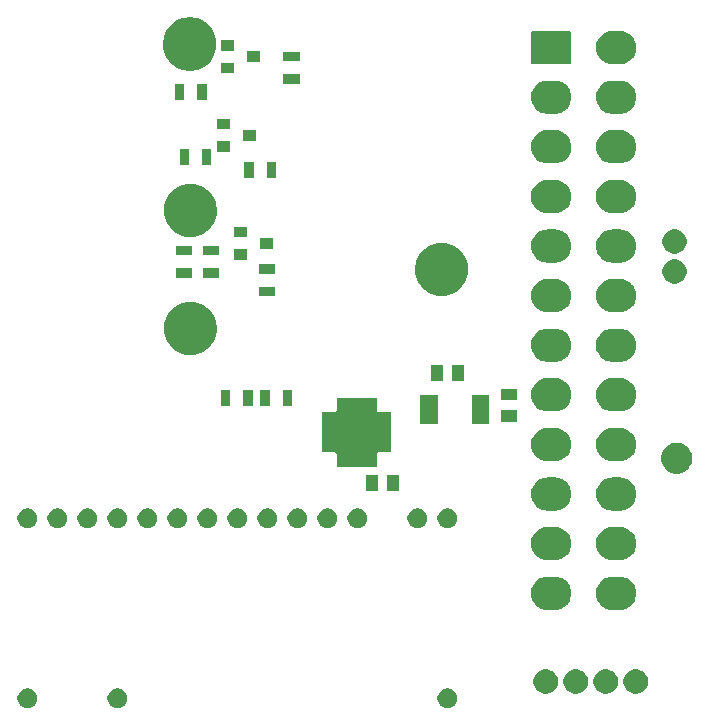
<source format=gbr>
G04 #@! TF.GenerationSoftware,KiCad,Pcbnew,(5.0.1)-rc2*
G04 #@! TF.CreationDate,2018-11-23T18:31:16-07:00*
G04 #@! TF.ProjectId,PowerSupply,506F776572537570706C792E6B696361,rev?*
G04 #@! TF.SameCoordinates,Original*
G04 #@! TF.FileFunction,Soldermask,Bot*
G04 #@! TF.FilePolarity,Negative*
%FSLAX46Y46*%
G04 Gerber Fmt 4.6, Leading zero omitted, Abs format (unit mm)*
G04 Created by KiCad (PCBNEW (5.0.1)-rc2) date 11/23/2018 6:31:16 PM*
%MOMM*%
%LPD*%
G01*
G04 APERTURE LIST*
%ADD10C,0.100000*%
G04 APERTURE END LIST*
D10*
G36*
X191410560Y-145503079D02*
X191464552Y-145513819D01*
X191617131Y-145577019D01*
X191754449Y-145668772D01*
X191871228Y-145785551D01*
X191962981Y-145922869D01*
X192026181Y-146075448D01*
X192058400Y-146237425D01*
X192058400Y-146402575D01*
X192026181Y-146564552D01*
X191962981Y-146717131D01*
X191871228Y-146854449D01*
X191754449Y-146971228D01*
X191617131Y-147062981D01*
X191464552Y-147126181D01*
X191410560Y-147136921D01*
X191302577Y-147158400D01*
X191137423Y-147158400D01*
X191029440Y-147136921D01*
X190975448Y-147126181D01*
X190822869Y-147062981D01*
X190685551Y-146971228D01*
X190568772Y-146854449D01*
X190477019Y-146717131D01*
X190413819Y-146564552D01*
X190381600Y-146402575D01*
X190381600Y-146237425D01*
X190413819Y-146075448D01*
X190477019Y-145922869D01*
X190568772Y-145785551D01*
X190685551Y-145668772D01*
X190822869Y-145577019D01*
X190975448Y-145513819D01*
X191029440Y-145503079D01*
X191137423Y-145481600D01*
X191302577Y-145481600D01*
X191410560Y-145503079D01*
X191410560Y-145503079D01*
G37*
G36*
X199030560Y-145503079D02*
X199084552Y-145513819D01*
X199237131Y-145577019D01*
X199374449Y-145668772D01*
X199491228Y-145785551D01*
X199582981Y-145922869D01*
X199646181Y-146075448D01*
X199678400Y-146237425D01*
X199678400Y-146402575D01*
X199646181Y-146564552D01*
X199582981Y-146717131D01*
X199491228Y-146854449D01*
X199374449Y-146971228D01*
X199237131Y-147062981D01*
X199084552Y-147126181D01*
X199030560Y-147136921D01*
X198922577Y-147158400D01*
X198757423Y-147158400D01*
X198649440Y-147136921D01*
X198595448Y-147126181D01*
X198442869Y-147062981D01*
X198305551Y-146971228D01*
X198188772Y-146854449D01*
X198097019Y-146717131D01*
X198033819Y-146564552D01*
X198001600Y-146402575D01*
X198001600Y-146237425D01*
X198033819Y-146075448D01*
X198097019Y-145922869D01*
X198188772Y-145785551D01*
X198305551Y-145668772D01*
X198442869Y-145577019D01*
X198595448Y-145513819D01*
X198649440Y-145503079D01*
X198757423Y-145481600D01*
X198922577Y-145481600D01*
X199030560Y-145503079D01*
X199030560Y-145503079D01*
G37*
G36*
X226970560Y-145503079D02*
X227024552Y-145513819D01*
X227177131Y-145577019D01*
X227314449Y-145668772D01*
X227431228Y-145785551D01*
X227522981Y-145922869D01*
X227586181Y-146075448D01*
X227618400Y-146237425D01*
X227618400Y-146402575D01*
X227586181Y-146564552D01*
X227522981Y-146717131D01*
X227431228Y-146854449D01*
X227314449Y-146971228D01*
X227177131Y-147062981D01*
X227024552Y-147126181D01*
X226970560Y-147136921D01*
X226862577Y-147158400D01*
X226697423Y-147158400D01*
X226589440Y-147136921D01*
X226535448Y-147126181D01*
X226382869Y-147062981D01*
X226245551Y-146971228D01*
X226128772Y-146854449D01*
X226037019Y-146717131D01*
X225973819Y-146564552D01*
X225941600Y-146402575D01*
X225941600Y-146237425D01*
X225973819Y-146075448D01*
X226037019Y-145922869D01*
X226128772Y-145785551D01*
X226245551Y-145668772D01*
X226382869Y-145577019D01*
X226535448Y-145513819D01*
X226589440Y-145503079D01*
X226697423Y-145481600D01*
X226862577Y-145481600D01*
X226970560Y-145503079D01*
X226970560Y-145503079D01*
G37*
G36*
X243026165Y-143900540D02*
X243215689Y-143979043D01*
X243386255Y-144093012D01*
X243531308Y-144238065D01*
X243645277Y-144408631D01*
X243723780Y-144598155D01*
X243763800Y-144799350D01*
X243763800Y-145004490D01*
X243723780Y-145205685D01*
X243645277Y-145395209D01*
X243531308Y-145565775D01*
X243386255Y-145710828D01*
X243215689Y-145824797D01*
X243026165Y-145903300D01*
X242824970Y-145943320D01*
X242619830Y-145943320D01*
X242418635Y-145903300D01*
X242229111Y-145824797D01*
X242058545Y-145710828D01*
X241913492Y-145565775D01*
X241799523Y-145395209D01*
X241721020Y-145205685D01*
X241681000Y-145004490D01*
X241681000Y-144799350D01*
X241721020Y-144598155D01*
X241799523Y-144408631D01*
X241913492Y-144238065D01*
X242058545Y-144093012D01*
X242229111Y-143979043D01*
X242418635Y-143900540D01*
X242619830Y-143860520D01*
X242824970Y-143860520D01*
X243026165Y-143900540D01*
X243026165Y-143900540D01*
G37*
G36*
X240486165Y-143900540D02*
X240675689Y-143979043D01*
X240846255Y-144093012D01*
X240991308Y-144238065D01*
X241105277Y-144408631D01*
X241183780Y-144598155D01*
X241223800Y-144799350D01*
X241223800Y-145004490D01*
X241183780Y-145205685D01*
X241105277Y-145395209D01*
X240991308Y-145565775D01*
X240846255Y-145710828D01*
X240675689Y-145824797D01*
X240486165Y-145903300D01*
X240284970Y-145943320D01*
X240079830Y-145943320D01*
X239878635Y-145903300D01*
X239689111Y-145824797D01*
X239518545Y-145710828D01*
X239373492Y-145565775D01*
X239259523Y-145395209D01*
X239181020Y-145205685D01*
X239141000Y-145004490D01*
X239141000Y-144799350D01*
X239181020Y-144598155D01*
X239259523Y-144408631D01*
X239373492Y-144238065D01*
X239518545Y-144093012D01*
X239689111Y-143979043D01*
X239878635Y-143900540D01*
X240079830Y-143860520D01*
X240284970Y-143860520D01*
X240486165Y-143900540D01*
X240486165Y-143900540D01*
G37*
G36*
X237946165Y-143900540D02*
X238135689Y-143979043D01*
X238306255Y-144093012D01*
X238451308Y-144238065D01*
X238565277Y-144408631D01*
X238643780Y-144598155D01*
X238683800Y-144799350D01*
X238683800Y-145004490D01*
X238643780Y-145205685D01*
X238565277Y-145395209D01*
X238451308Y-145565775D01*
X238306255Y-145710828D01*
X238135689Y-145824797D01*
X237946165Y-145903300D01*
X237744970Y-145943320D01*
X237539830Y-145943320D01*
X237338635Y-145903300D01*
X237149111Y-145824797D01*
X236978545Y-145710828D01*
X236833492Y-145565775D01*
X236719523Y-145395209D01*
X236641020Y-145205685D01*
X236601000Y-145004490D01*
X236601000Y-144799350D01*
X236641020Y-144598155D01*
X236719523Y-144408631D01*
X236833492Y-144238065D01*
X236978545Y-144093012D01*
X237149111Y-143979043D01*
X237338635Y-143900540D01*
X237539830Y-143860520D01*
X237744970Y-143860520D01*
X237946165Y-143900540D01*
X237946165Y-143900540D01*
G37*
G36*
X235406165Y-143900540D02*
X235595689Y-143979043D01*
X235766255Y-144093012D01*
X235911308Y-144238065D01*
X236025277Y-144408631D01*
X236103780Y-144598155D01*
X236143800Y-144799350D01*
X236143800Y-145004490D01*
X236103780Y-145205685D01*
X236025277Y-145395209D01*
X235911308Y-145565775D01*
X235766255Y-145710828D01*
X235595689Y-145824797D01*
X235406165Y-145903300D01*
X235204970Y-145943320D01*
X234999830Y-145943320D01*
X234798635Y-145903300D01*
X234609111Y-145824797D01*
X234438545Y-145710828D01*
X234293492Y-145565775D01*
X234179523Y-145395209D01*
X234101020Y-145205685D01*
X234061000Y-145004490D01*
X234061000Y-144799350D01*
X234101020Y-144598155D01*
X234179523Y-144408631D01*
X234293492Y-144238065D01*
X234438545Y-144093012D01*
X234609111Y-143979043D01*
X234798635Y-143900540D01*
X234999830Y-143860520D01*
X235204970Y-143860520D01*
X235406165Y-143900540D01*
X235406165Y-143900540D01*
G37*
G36*
X241541491Y-136040856D02*
X241644404Y-136050992D01*
X241820463Y-136104399D01*
X241908494Y-136131103D01*
X241989622Y-136174467D01*
X242151880Y-136261195D01*
X242253019Y-136344199D01*
X242365210Y-136436270D01*
X242457281Y-136548461D01*
X242540285Y-136649600D01*
X242627013Y-136811858D01*
X242670377Y-136892986D01*
X242670377Y-136892987D01*
X242750488Y-137157076D01*
X242777538Y-137431720D01*
X242750488Y-137706364D01*
X242697081Y-137882423D01*
X242670377Y-137970454D01*
X242627013Y-138051582D01*
X242540285Y-138213840D01*
X242457281Y-138314979D01*
X242365210Y-138427170D01*
X242253019Y-138519241D01*
X242151880Y-138602245D01*
X241989622Y-138688973D01*
X241908494Y-138732337D01*
X241820463Y-138759041D01*
X241644404Y-138812448D01*
X241541491Y-138822584D01*
X241438580Y-138832720D01*
X240700940Y-138832720D01*
X240598029Y-138822584D01*
X240495116Y-138812448D01*
X240319057Y-138759041D01*
X240231026Y-138732337D01*
X240149898Y-138688973D01*
X239987640Y-138602245D01*
X239886501Y-138519241D01*
X239774310Y-138427170D01*
X239682239Y-138314979D01*
X239599235Y-138213840D01*
X239512507Y-138051582D01*
X239469143Y-137970454D01*
X239442439Y-137882423D01*
X239389032Y-137706364D01*
X239361982Y-137431720D01*
X239389032Y-137157076D01*
X239469143Y-136892987D01*
X239469143Y-136892986D01*
X239512507Y-136811858D01*
X239599235Y-136649600D01*
X239682239Y-136548461D01*
X239774310Y-136436270D01*
X239886501Y-136344199D01*
X239987640Y-136261195D01*
X240149898Y-136174467D01*
X240231026Y-136131103D01*
X240319057Y-136104399D01*
X240495116Y-136050992D01*
X240598029Y-136040856D01*
X240700940Y-136030720D01*
X241438580Y-136030720D01*
X241541491Y-136040856D01*
X241541491Y-136040856D01*
G37*
G36*
X236041491Y-136040856D02*
X236144404Y-136050992D01*
X236320463Y-136104399D01*
X236408494Y-136131103D01*
X236489622Y-136174467D01*
X236651880Y-136261195D01*
X236753019Y-136344199D01*
X236865210Y-136436270D01*
X236957281Y-136548461D01*
X237040285Y-136649600D01*
X237127013Y-136811858D01*
X237170377Y-136892986D01*
X237170377Y-136892987D01*
X237250488Y-137157076D01*
X237277538Y-137431720D01*
X237250488Y-137706364D01*
X237197081Y-137882423D01*
X237170377Y-137970454D01*
X237127013Y-138051582D01*
X237040285Y-138213840D01*
X236957281Y-138314979D01*
X236865210Y-138427170D01*
X236753019Y-138519241D01*
X236651880Y-138602245D01*
X236489622Y-138688973D01*
X236408494Y-138732337D01*
X236320463Y-138759041D01*
X236144404Y-138812448D01*
X236041491Y-138822584D01*
X235938580Y-138832720D01*
X235200940Y-138832720D01*
X235098029Y-138822584D01*
X234995116Y-138812448D01*
X234819057Y-138759041D01*
X234731026Y-138732337D01*
X234649898Y-138688973D01*
X234487640Y-138602245D01*
X234386501Y-138519241D01*
X234274310Y-138427170D01*
X234182239Y-138314979D01*
X234099235Y-138213840D01*
X234012507Y-138051582D01*
X233969143Y-137970454D01*
X233942439Y-137882423D01*
X233889032Y-137706364D01*
X233861982Y-137431720D01*
X233889032Y-137157076D01*
X233969143Y-136892987D01*
X233969143Y-136892986D01*
X234012507Y-136811858D01*
X234099235Y-136649600D01*
X234182239Y-136548461D01*
X234274310Y-136436270D01*
X234386501Y-136344199D01*
X234487640Y-136261195D01*
X234649898Y-136174467D01*
X234731026Y-136131103D01*
X234819057Y-136104399D01*
X234995116Y-136050992D01*
X235098029Y-136040856D01*
X235200940Y-136030720D01*
X235938580Y-136030720D01*
X236041491Y-136040856D01*
X236041491Y-136040856D01*
G37*
G36*
X241541491Y-131840856D02*
X241644404Y-131850992D01*
X241820463Y-131904399D01*
X241908494Y-131931103D01*
X241989622Y-131974467D01*
X242151880Y-132061195D01*
X242253019Y-132144199D01*
X242365210Y-132236270D01*
X242457281Y-132348461D01*
X242540285Y-132449600D01*
X242627013Y-132611858D01*
X242670377Y-132692986D01*
X242670377Y-132692987D01*
X242750488Y-132957076D01*
X242777538Y-133231720D01*
X242750488Y-133506364D01*
X242697081Y-133682423D01*
X242670377Y-133770454D01*
X242627013Y-133851582D01*
X242540285Y-134013840D01*
X242457281Y-134114979D01*
X242365210Y-134227170D01*
X242253019Y-134319241D01*
X242151880Y-134402245D01*
X241989622Y-134488973D01*
X241908494Y-134532337D01*
X241820463Y-134559041D01*
X241644404Y-134612448D01*
X241541491Y-134622584D01*
X241438580Y-134632720D01*
X240700940Y-134632720D01*
X240598029Y-134622584D01*
X240495116Y-134612448D01*
X240319057Y-134559041D01*
X240231026Y-134532337D01*
X240149898Y-134488973D01*
X239987640Y-134402245D01*
X239886501Y-134319241D01*
X239774310Y-134227170D01*
X239682239Y-134114979D01*
X239599235Y-134013840D01*
X239512507Y-133851582D01*
X239469143Y-133770454D01*
X239442439Y-133682423D01*
X239389032Y-133506364D01*
X239361982Y-133231720D01*
X239389032Y-132957076D01*
X239469143Y-132692987D01*
X239469143Y-132692986D01*
X239512507Y-132611858D01*
X239599235Y-132449600D01*
X239682239Y-132348461D01*
X239774310Y-132236270D01*
X239886501Y-132144199D01*
X239987640Y-132061195D01*
X240149898Y-131974467D01*
X240231026Y-131931103D01*
X240319057Y-131904399D01*
X240495116Y-131850992D01*
X240598029Y-131840856D01*
X240700940Y-131830720D01*
X241438580Y-131830720D01*
X241541491Y-131840856D01*
X241541491Y-131840856D01*
G37*
G36*
X236041491Y-131840856D02*
X236144404Y-131850992D01*
X236320463Y-131904399D01*
X236408494Y-131931103D01*
X236489622Y-131974467D01*
X236651880Y-132061195D01*
X236753019Y-132144199D01*
X236865210Y-132236270D01*
X236957281Y-132348461D01*
X237040285Y-132449600D01*
X237127013Y-132611858D01*
X237170377Y-132692986D01*
X237170377Y-132692987D01*
X237250488Y-132957076D01*
X237277538Y-133231720D01*
X237250488Y-133506364D01*
X237197081Y-133682423D01*
X237170377Y-133770454D01*
X237127013Y-133851582D01*
X237040285Y-134013840D01*
X236957281Y-134114979D01*
X236865210Y-134227170D01*
X236753019Y-134319241D01*
X236651880Y-134402245D01*
X236489622Y-134488973D01*
X236408494Y-134532337D01*
X236320463Y-134559041D01*
X236144404Y-134612448D01*
X236041491Y-134622584D01*
X235938580Y-134632720D01*
X235200940Y-134632720D01*
X235098029Y-134622584D01*
X234995116Y-134612448D01*
X234819057Y-134559041D01*
X234731026Y-134532337D01*
X234649898Y-134488973D01*
X234487640Y-134402245D01*
X234386501Y-134319241D01*
X234274310Y-134227170D01*
X234182239Y-134114979D01*
X234099235Y-134013840D01*
X234012507Y-133851582D01*
X233969143Y-133770454D01*
X233942439Y-133682423D01*
X233889032Y-133506364D01*
X233861982Y-133231720D01*
X233889032Y-132957076D01*
X233969143Y-132692987D01*
X233969143Y-132692986D01*
X234012507Y-132611858D01*
X234099235Y-132449600D01*
X234182239Y-132348461D01*
X234274310Y-132236270D01*
X234386501Y-132144199D01*
X234487640Y-132061195D01*
X234649898Y-131974467D01*
X234731026Y-131931103D01*
X234819057Y-131904399D01*
X234995116Y-131850992D01*
X235098029Y-131840856D01*
X235200940Y-131830720D01*
X235938580Y-131830720D01*
X236041491Y-131840856D01*
X236041491Y-131840856D01*
G37*
G36*
X224430560Y-130263079D02*
X224484552Y-130273819D01*
X224637131Y-130337019D01*
X224774449Y-130428772D01*
X224891228Y-130545551D01*
X224982981Y-130682869D01*
X225046181Y-130835448D01*
X225078400Y-130997425D01*
X225078400Y-131162575D01*
X225046181Y-131324552D01*
X224982981Y-131477131D01*
X224891228Y-131614449D01*
X224774449Y-131731228D01*
X224637131Y-131822981D01*
X224484552Y-131886181D01*
X224430560Y-131896921D01*
X224322577Y-131918400D01*
X224157423Y-131918400D01*
X224049440Y-131896921D01*
X223995448Y-131886181D01*
X223842869Y-131822981D01*
X223705551Y-131731228D01*
X223588772Y-131614449D01*
X223497019Y-131477131D01*
X223433819Y-131324552D01*
X223401600Y-131162575D01*
X223401600Y-130997425D01*
X223433819Y-130835448D01*
X223497019Y-130682869D01*
X223588772Y-130545551D01*
X223705551Y-130428772D01*
X223842869Y-130337019D01*
X223995448Y-130273819D01*
X224049440Y-130263079D01*
X224157423Y-130241600D01*
X224322577Y-130241600D01*
X224430560Y-130263079D01*
X224430560Y-130263079D01*
G37*
G36*
X226970560Y-130263079D02*
X227024552Y-130273819D01*
X227177131Y-130337019D01*
X227314449Y-130428772D01*
X227431228Y-130545551D01*
X227522981Y-130682869D01*
X227586181Y-130835448D01*
X227618400Y-130997425D01*
X227618400Y-131162575D01*
X227586181Y-131324552D01*
X227522981Y-131477131D01*
X227431228Y-131614449D01*
X227314449Y-131731228D01*
X227177131Y-131822981D01*
X227024552Y-131886181D01*
X226970560Y-131896921D01*
X226862577Y-131918400D01*
X226697423Y-131918400D01*
X226589440Y-131896921D01*
X226535448Y-131886181D01*
X226382869Y-131822981D01*
X226245551Y-131731228D01*
X226128772Y-131614449D01*
X226037019Y-131477131D01*
X225973819Y-131324552D01*
X225941600Y-131162575D01*
X225941600Y-130997425D01*
X225973819Y-130835448D01*
X226037019Y-130682869D01*
X226128772Y-130545551D01*
X226245551Y-130428772D01*
X226382869Y-130337019D01*
X226535448Y-130273819D01*
X226589440Y-130263079D01*
X226697423Y-130241600D01*
X226862577Y-130241600D01*
X226970560Y-130263079D01*
X226970560Y-130263079D01*
G37*
G36*
X219350560Y-130263079D02*
X219404552Y-130273819D01*
X219557131Y-130337019D01*
X219694449Y-130428772D01*
X219811228Y-130545551D01*
X219902981Y-130682869D01*
X219966181Y-130835448D01*
X219998400Y-130997425D01*
X219998400Y-131162575D01*
X219966181Y-131324552D01*
X219902981Y-131477131D01*
X219811228Y-131614449D01*
X219694449Y-131731228D01*
X219557131Y-131822981D01*
X219404552Y-131886181D01*
X219350560Y-131896921D01*
X219242577Y-131918400D01*
X219077423Y-131918400D01*
X218969440Y-131896921D01*
X218915448Y-131886181D01*
X218762869Y-131822981D01*
X218625551Y-131731228D01*
X218508772Y-131614449D01*
X218417019Y-131477131D01*
X218353819Y-131324552D01*
X218321600Y-131162575D01*
X218321600Y-130997425D01*
X218353819Y-130835448D01*
X218417019Y-130682869D01*
X218508772Y-130545551D01*
X218625551Y-130428772D01*
X218762869Y-130337019D01*
X218915448Y-130273819D01*
X218969440Y-130263079D01*
X219077423Y-130241600D01*
X219242577Y-130241600D01*
X219350560Y-130263079D01*
X219350560Y-130263079D01*
G37*
G36*
X211730560Y-130263079D02*
X211784552Y-130273819D01*
X211937131Y-130337019D01*
X212074449Y-130428772D01*
X212191228Y-130545551D01*
X212282981Y-130682869D01*
X212346181Y-130835448D01*
X212378400Y-130997425D01*
X212378400Y-131162575D01*
X212346181Y-131324552D01*
X212282981Y-131477131D01*
X212191228Y-131614449D01*
X212074449Y-131731228D01*
X211937131Y-131822981D01*
X211784552Y-131886181D01*
X211730560Y-131896921D01*
X211622577Y-131918400D01*
X211457423Y-131918400D01*
X211349440Y-131896921D01*
X211295448Y-131886181D01*
X211142869Y-131822981D01*
X211005551Y-131731228D01*
X210888772Y-131614449D01*
X210797019Y-131477131D01*
X210733819Y-131324552D01*
X210701600Y-131162575D01*
X210701600Y-130997425D01*
X210733819Y-130835448D01*
X210797019Y-130682869D01*
X210888772Y-130545551D01*
X211005551Y-130428772D01*
X211142869Y-130337019D01*
X211295448Y-130273819D01*
X211349440Y-130263079D01*
X211457423Y-130241600D01*
X211622577Y-130241600D01*
X211730560Y-130263079D01*
X211730560Y-130263079D01*
G37*
G36*
X204110560Y-130263079D02*
X204164552Y-130273819D01*
X204317131Y-130337019D01*
X204454449Y-130428772D01*
X204571228Y-130545551D01*
X204662981Y-130682869D01*
X204726181Y-130835448D01*
X204758400Y-130997425D01*
X204758400Y-131162575D01*
X204726181Y-131324552D01*
X204662981Y-131477131D01*
X204571228Y-131614449D01*
X204454449Y-131731228D01*
X204317131Y-131822981D01*
X204164552Y-131886181D01*
X204110560Y-131896921D01*
X204002577Y-131918400D01*
X203837423Y-131918400D01*
X203729440Y-131896921D01*
X203675448Y-131886181D01*
X203522869Y-131822981D01*
X203385551Y-131731228D01*
X203268772Y-131614449D01*
X203177019Y-131477131D01*
X203113819Y-131324552D01*
X203081600Y-131162575D01*
X203081600Y-130997425D01*
X203113819Y-130835448D01*
X203177019Y-130682869D01*
X203268772Y-130545551D01*
X203385551Y-130428772D01*
X203522869Y-130337019D01*
X203675448Y-130273819D01*
X203729440Y-130263079D01*
X203837423Y-130241600D01*
X204002577Y-130241600D01*
X204110560Y-130263079D01*
X204110560Y-130263079D01*
G37*
G36*
X201570560Y-130263079D02*
X201624552Y-130273819D01*
X201777131Y-130337019D01*
X201914449Y-130428772D01*
X202031228Y-130545551D01*
X202122981Y-130682869D01*
X202186181Y-130835448D01*
X202218400Y-130997425D01*
X202218400Y-131162575D01*
X202186181Y-131324552D01*
X202122981Y-131477131D01*
X202031228Y-131614449D01*
X201914449Y-131731228D01*
X201777131Y-131822981D01*
X201624552Y-131886181D01*
X201570560Y-131896921D01*
X201462577Y-131918400D01*
X201297423Y-131918400D01*
X201189440Y-131896921D01*
X201135448Y-131886181D01*
X200982869Y-131822981D01*
X200845551Y-131731228D01*
X200728772Y-131614449D01*
X200637019Y-131477131D01*
X200573819Y-131324552D01*
X200541600Y-131162575D01*
X200541600Y-130997425D01*
X200573819Y-130835448D01*
X200637019Y-130682869D01*
X200728772Y-130545551D01*
X200845551Y-130428772D01*
X200982869Y-130337019D01*
X201135448Y-130273819D01*
X201189440Y-130263079D01*
X201297423Y-130241600D01*
X201462577Y-130241600D01*
X201570560Y-130263079D01*
X201570560Y-130263079D01*
G37*
G36*
X216810560Y-130263079D02*
X216864552Y-130273819D01*
X217017131Y-130337019D01*
X217154449Y-130428772D01*
X217271228Y-130545551D01*
X217362981Y-130682869D01*
X217426181Y-130835448D01*
X217458400Y-130997425D01*
X217458400Y-131162575D01*
X217426181Y-131324552D01*
X217362981Y-131477131D01*
X217271228Y-131614449D01*
X217154449Y-131731228D01*
X217017131Y-131822981D01*
X216864552Y-131886181D01*
X216810560Y-131896921D01*
X216702577Y-131918400D01*
X216537423Y-131918400D01*
X216429440Y-131896921D01*
X216375448Y-131886181D01*
X216222869Y-131822981D01*
X216085551Y-131731228D01*
X215968772Y-131614449D01*
X215877019Y-131477131D01*
X215813819Y-131324552D01*
X215781600Y-131162575D01*
X215781600Y-130997425D01*
X215813819Y-130835448D01*
X215877019Y-130682869D01*
X215968772Y-130545551D01*
X216085551Y-130428772D01*
X216222869Y-130337019D01*
X216375448Y-130273819D01*
X216429440Y-130263079D01*
X216537423Y-130241600D01*
X216702577Y-130241600D01*
X216810560Y-130263079D01*
X216810560Y-130263079D01*
G37*
G36*
X196490560Y-130263079D02*
X196544552Y-130273819D01*
X196697131Y-130337019D01*
X196834449Y-130428772D01*
X196951228Y-130545551D01*
X197042981Y-130682869D01*
X197106181Y-130835448D01*
X197138400Y-130997425D01*
X197138400Y-131162575D01*
X197106181Y-131324552D01*
X197042981Y-131477131D01*
X196951228Y-131614449D01*
X196834449Y-131731228D01*
X196697131Y-131822981D01*
X196544552Y-131886181D01*
X196490560Y-131896921D01*
X196382577Y-131918400D01*
X196217423Y-131918400D01*
X196109440Y-131896921D01*
X196055448Y-131886181D01*
X195902869Y-131822981D01*
X195765551Y-131731228D01*
X195648772Y-131614449D01*
X195557019Y-131477131D01*
X195493819Y-131324552D01*
X195461600Y-131162575D01*
X195461600Y-130997425D01*
X195493819Y-130835448D01*
X195557019Y-130682869D01*
X195648772Y-130545551D01*
X195765551Y-130428772D01*
X195902869Y-130337019D01*
X196055448Y-130273819D01*
X196109440Y-130263079D01*
X196217423Y-130241600D01*
X196382577Y-130241600D01*
X196490560Y-130263079D01*
X196490560Y-130263079D01*
G37*
G36*
X193950560Y-130263079D02*
X194004552Y-130273819D01*
X194157131Y-130337019D01*
X194294449Y-130428772D01*
X194411228Y-130545551D01*
X194502981Y-130682869D01*
X194566181Y-130835448D01*
X194598400Y-130997425D01*
X194598400Y-131162575D01*
X194566181Y-131324552D01*
X194502981Y-131477131D01*
X194411228Y-131614449D01*
X194294449Y-131731228D01*
X194157131Y-131822981D01*
X194004552Y-131886181D01*
X193950560Y-131896921D01*
X193842577Y-131918400D01*
X193677423Y-131918400D01*
X193569440Y-131896921D01*
X193515448Y-131886181D01*
X193362869Y-131822981D01*
X193225551Y-131731228D01*
X193108772Y-131614449D01*
X193017019Y-131477131D01*
X192953819Y-131324552D01*
X192921600Y-131162575D01*
X192921600Y-130997425D01*
X192953819Y-130835448D01*
X193017019Y-130682869D01*
X193108772Y-130545551D01*
X193225551Y-130428772D01*
X193362869Y-130337019D01*
X193515448Y-130273819D01*
X193569440Y-130263079D01*
X193677423Y-130241600D01*
X193842577Y-130241600D01*
X193950560Y-130263079D01*
X193950560Y-130263079D01*
G37*
G36*
X214270560Y-130263079D02*
X214324552Y-130273819D01*
X214477131Y-130337019D01*
X214614449Y-130428772D01*
X214731228Y-130545551D01*
X214822981Y-130682869D01*
X214886181Y-130835448D01*
X214918400Y-130997425D01*
X214918400Y-131162575D01*
X214886181Y-131324552D01*
X214822981Y-131477131D01*
X214731228Y-131614449D01*
X214614449Y-131731228D01*
X214477131Y-131822981D01*
X214324552Y-131886181D01*
X214270560Y-131896921D01*
X214162577Y-131918400D01*
X213997423Y-131918400D01*
X213889440Y-131896921D01*
X213835448Y-131886181D01*
X213682869Y-131822981D01*
X213545551Y-131731228D01*
X213428772Y-131614449D01*
X213337019Y-131477131D01*
X213273819Y-131324552D01*
X213241600Y-131162575D01*
X213241600Y-130997425D01*
X213273819Y-130835448D01*
X213337019Y-130682869D01*
X213428772Y-130545551D01*
X213545551Y-130428772D01*
X213682869Y-130337019D01*
X213835448Y-130273819D01*
X213889440Y-130263079D01*
X213997423Y-130241600D01*
X214162577Y-130241600D01*
X214270560Y-130263079D01*
X214270560Y-130263079D01*
G37*
G36*
X191410560Y-130263079D02*
X191464552Y-130273819D01*
X191617131Y-130337019D01*
X191754449Y-130428772D01*
X191871228Y-130545551D01*
X191962981Y-130682869D01*
X192026181Y-130835448D01*
X192058400Y-130997425D01*
X192058400Y-131162575D01*
X192026181Y-131324552D01*
X191962981Y-131477131D01*
X191871228Y-131614449D01*
X191754449Y-131731228D01*
X191617131Y-131822981D01*
X191464552Y-131886181D01*
X191410560Y-131896921D01*
X191302577Y-131918400D01*
X191137423Y-131918400D01*
X191029440Y-131896921D01*
X190975448Y-131886181D01*
X190822869Y-131822981D01*
X190685551Y-131731228D01*
X190568772Y-131614449D01*
X190477019Y-131477131D01*
X190413819Y-131324552D01*
X190381600Y-131162575D01*
X190381600Y-130997425D01*
X190413819Y-130835448D01*
X190477019Y-130682869D01*
X190568772Y-130545551D01*
X190685551Y-130428772D01*
X190822869Y-130337019D01*
X190975448Y-130273819D01*
X191029440Y-130263079D01*
X191137423Y-130241600D01*
X191302577Y-130241600D01*
X191410560Y-130263079D01*
X191410560Y-130263079D01*
G37*
G36*
X209190560Y-130263079D02*
X209244552Y-130273819D01*
X209397131Y-130337019D01*
X209534449Y-130428772D01*
X209651228Y-130545551D01*
X209742981Y-130682869D01*
X209806181Y-130835448D01*
X209838400Y-130997425D01*
X209838400Y-131162575D01*
X209806181Y-131324552D01*
X209742981Y-131477131D01*
X209651228Y-131614449D01*
X209534449Y-131731228D01*
X209397131Y-131822981D01*
X209244552Y-131886181D01*
X209190560Y-131896921D01*
X209082577Y-131918400D01*
X208917423Y-131918400D01*
X208809440Y-131896921D01*
X208755448Y-131886181D01*
X208602869Y-131822981D01*
X208465551Y-131731228D01*
X208348772Y-131614449D01*
X208257019Y-131477131D01*
X208193819Y-131324552D01*
X208161600Y-131162575D01*
X208161600Y-130997425D01*
X208193819Y-130835448D01*
X208257019Y-130682869D01*
X208348772Y-130545551D01*
X208465551Y-130428772D01*
X208602869Y-130337019D01*
X208755448Y-130273819D01*
X208809440Y-130263079D01*
X208917423Y-130241600D01*
X209082577Y-130241600D01*
X209190560Y-130263079D01*
X209190560Y-130263079D01*
G37*
G36*
X206650560Y-130263079D02*
X206704552Y-130273819D01*
X206857131Y-130337019D01*
X206994449Y-130428772D01*
X207111228Y-130545551D01*
X207202981Y-130682869D01*
X207266181Y-130835448D01*
X207298400Y-130997425D01*
X207298400Y-131162575D01*
X207266181Y-131324552D01*
X207202981Y-131477131D01*
X207111228Y-131614449D01*
X206994449Y-131731228D01*
X206857131Y-131822981D01*
X206704552Y-131886181D01*
X206650560Y-131896921D01*
X206542577Y-131918400D01*
X206377423Y-131918400D01*
X206269440Y-131896921D01*
X206215448Y-131886181D01*
X206062869Y-131822981D01*
X205925551Y-131731228D01*
X205808772Y-131614449D01*
X205717019Y-131477131D01*
X205653819Y-131324552D01*
X205621600Y-131162575D01*
X205621600Y-130997425D01*
X205653819Y-130835448D01*
X205717019Y-130682869D01*
X205808772Y-130545551D01*
X205925551Y-130428772D01*
X206062869Y-130337019D01*
X206215448Y-130273819D01*
X206269440Y-130263079D01*
X206377423Y-130241600D01*
X206542577Y-130241600D01*
X206650560Y-130263079D01*
X206650560Y-130263079D01*
G37*
G36*
X199030560Y-130263079D02*
X199084552Y-130273819D01*
X199237131Y-130337019D01*
X199374449Y-130428772D01*
X199491228Y-130545551D01*
X199582981Y-130682869D01*
X199646181Y-130835448D01*
X199678400Y-130997425D01*
X199678400Y-131162575D01*
X199646181Y-131324552D01*
X199582981Y-131477131D01*
X199491228Y-131614449D01*
X199374449Y-131731228D01*
X199237131Y-131822981D01*
X199084552Y-131886181D01*
X199030560Y-131896921D01*
X198922577Y-131918400D01*
X198757423Y-131918400D01*
X198649440Y-131896921D01*
X198595448Y-131886181D01*
X198442869Y-131822981D01*
X198305551Y-131731228D01*
X198188772Y-131614449D01*
X198097019Y-131477131D01*
X198033819Y-131324552D01*
X198001600Y-131162575D01*
X198001600Y-130997425D01*
X198033819Y-130835448D01*
X198097019Y-130682869D01*
X198188772Y-130545551D01*
X198305551Y-130428772D01*
X198442869Y-130337019D01*
X198595448Y-130273819D01*
X198649440Y-130263079D01*
X198757423Y-130241600D01*
X198922577Y-130241600D01*
X199030560Y-130263079D01*
X199030560Y-130263079D01*
G37*
G36*
X241541491Y-127640856D02*
X241644404Y-127650992D01*
X241820463Y-127704399D01*
X241908494Y-127731103D01*
X241989622Y-127774467D01*
X242151880Y-127861195D01*
X242253019Y-127944199D01*
X242365210Y-128036270D01*
X242457281Y-128148461D01*
X242540285Y-128249600D01*
X242627013Y-128411858D01*
X242670377Y-128492986D01*
X242670377Y-128492987D01*
X242750488Y-128757076D01*
X242777538Y-129031720D01*
X242750488Y-129306364D01*
X242697081Y-129482423D01*
X242670377Y-129570454D01*
X242627013Y-129651582D01*
X242540285Y-129813840D01*
X242457281Y-129914979D01*
X242365210Y-130027170D01*
X242253019Y-130119241D01*
X242151880Y-130202245D01*
X242017973Y-130273819D01*
X241908494Y-130332337D01*
X241820463Y-130359041D01*
X241644404Y-130412448D01*
X241541491Y-130422584D01*
X241438580Y-130432720D01*
X240700940Y-130432720D01*
X240598029Y-130422584D01*
X240495116Y-130412448D01*
X240319057Y-130359041D01*
X240231026Y-130332337D01*
X240121547Y-130273819D01*
X239987640Y-130202245D01*
X239886501Y-130119241D01*
X239774310Y-130027170D01*
X239682239Y-129914979D01*
X239599235Y-129813840D01*
X239512507Y-129651582D01*
X239469143Y-129570454D01*
X239442439Y-129482423D01*
X239389032Y-129306364D01*
X239361982Y-129031720D01*
X239389032Y-128757076D01*
X239469143Y-128492987D01*
X239469143Y-128492986D01*
X239512507Y-128411858D01*
X239599235Y-128249600D01*
X239682239Y-128148461D01*
X239774310Y-128036270D01*
X239886501Y-127944199D01*
X239987640Y-127861195D01*
X240149898Y-127774467D01*
X240231026Y-127731103D01*
X240319057Y-127704399D01*
X240495116Y-127650992D01*
X240598029Y-127640856D01*
X240700940Y-127630720D01*
X241438580Y-127630720D01*
X241541491Y-127640856D01*
X241541491Y-127640856D01*
G37*
G36*
X236041491Y-127640856D02*
X236144404Y-127650992D01*
X236320463Y-127704399D01*
X236408494Y-127731103D01*
X236489622Y-127774467D01*
X236651880Y-127861195D01*
X236753019Y-127944199D01*
X236865210Y-128036270D01*
X236957281Y-128148461D01*
X237040285Y-128249600D01*
X237127013Y-128411858D01*
X237170377Y-128492986D01*
X237170377Y-128492987D01*
X237250488Y-128757076D01*
X237277538Y-129031720D01*
X237250488Y-129306364D01*
X237197081Y-129482423D01*
X237170377Y-129570454D01*
X237127013Y-129651582D01*
X237040285Y-129813840D01*
X236957281Y-129914979D01*
X236865210Y-130027170D01*
X236753019Y-130119241D01*
X236651880Y-130202245D01*
X236517973Y-130273819D01*
X236408494Y-130332337D01*
X236320463Y-130359041D01*
X236144404Y-130412448D01*
X236041491Y-130422584D01*
X235938580Y-130432720D01*
X235200940Y-130432720D01*
X235098029Y-130422584D01*
X234995116Y-130412448D01*
X234819057Y-130359041D01*
X234731026Y-130332337D01*
X234621547Y-130273819D01*
X234487640Y-130202245D01*
X234386501Y-130119241D01*
X234274310Y-130027170D01*
X234182239Y-129914979D01*
X234099235Y-129813840D01*
X234012507Y-129651582D01*
X233969143Y-129570454D01*
X233942439Y-129482423D01*
X233889032Y-129306364D01*
X233861982Y-129031720D01*
X233889032Y-128757076D01*
X233969143Y-128492987D01*
X233969143Y-128492986D01*
X234012507Y-128411858D01*
X234099235Y-128249600D01*
X234182239Y-128148461D01*
X234274310Y-128036270D01*
X234386501Y-127944199D01*
X234487640Y-127861195D01*
X234649898Y-127774467D01*
X234731026Y-127731103D01*
X234819057Y-127704399D01*
X234995116Y-127650992D01*
X235098029Y-127640856D01*
X235200940Y-127630720D01*
X235938580Y-127630720D01*
X236041491Y-127640856D01*
X236041491Y-127640856D01*
G37*
G36*
X220901220Y-128801040D02*
X219900460Y-128801040D01*
X219900460Y-127398960D01*
X220901220Y-127398960D01*
X220901220Y-128801040D01*
X220901220Y-128801040D01*
G37*
G36*
X222699540Y-128801040D02*
X221698780Y-128801040D01*
X221698780Y-127398960D01*
X222699540Y-127398960D01*
X222699540Y-128801040D01*
X222699540Y-128801040D01*
G37*
G36*
X246579485Y-124748996D02*
X246579487Y-124748997D01*
X246579488Y-124748997D01*
X246779199Y-124831720D01*
X246816255Y-124847069D01*
X247029342Y-124989449D01*
X247210551Y-125170658D01*
X247210553Y-125170661D01*
X247352931Y-125383745D01*
X247448239Y-125613838D01*
X247451004Y-125620515D01*
X247501000Y-125871861D01*
X247501000Y-126128139D01*
X247451004Y-126379485D01*
X247352931Y-126616255D01*
X247210551Y-126829342D01*
X247029342Y-127010551D01*
X247029339Y-127010553D01*
X246816255Y-127152931D01*
X246579488Y-127251003D01*
X246579487Y-127251003D01*
X246579485Y-127251004D01*
X246328139Y-127301000D01*
X246071861Y-127301000D01*
X245820515Y-127251004D01*
X245820513Y-127251003D01*
X245820512Y-127251003D01*
X245583745Y-127152931D01*
X245370661Y-127010553D01*
X245370658Y-127010551D01*
X245189449Y-126829342D01*
X245047069Y-126616255D01*
X244948996Y-126379485D01*
X244899000Y-126128139D01*
X244899000Y-125871861D01*
X244948996Y-125620515D01*
X244951762Y-125613838D01*
X245047069Y-125383745D01*
X245189447Y-125170661D01*
X245189449Y-125170658D01*
X245370658Y-124989449D01*
X245583745Y-124847069D01*
X245620801Y-124831720D01*
X245820512Y-124748997D01*
X245820513Y-124748997D01*
X245820515Y-124748996D01*
X246071861Y-124699000D01*
X246328139Y-124699000D01*
X246579485Y-124748996D01*
X246579485Y-124748996D01*
G37*
G36*
X220803400Y-121947600D02*
X220805802Y-121971986D01*
X220812915Y-121995435D01*
X220824466Y-122017046D01*
X220840012Y-122035988D01*
X220853194Y-122046806D01*
X220864012Y-122059988D01*
X220882954Y-122075534D01*
X220904565Y-122087085D01*
X220928014Y-122094198D01*
X220952400Y-122096600D01*
X222008500Y-122096600D01*
X222008500Y-125503400D01*
X220952400Y-125503400D01*
X220928014Y-125505802D01*
X220904565Y-125512915D01*
X220882954Y-125524466D01*
X220864012Y-125540012D01*
X220853194Y-125553194D01*
X220840012Y-125564012D01*
X220824466Y-125582954D01*
X220812915Y-125604565D01*
X220805802Y-125628014D01*
X220803400Y-125652400D01*
X220803400Y-126708500D01*
X217396600Y-126708500D01*
X217396600Y-125652400D01*
X217394198Y-125628014D01*
X217387085Y-125604565D01*
X217375534Y-125582954D01*
X217359988Y-125564012D01*
X217346806Y-125553194D01*
X217335988Y-125540012D01*
X217317046Y-125524466D01*
X217295435Y-125512915D01*
X217271986Y-125505802D01*
X217247600Y-125503400D01*
X216191500Y-125503400D01*
X216191500Y-122096600D01*
X217247600Y-122096600D01*
X217271986Y-122094198D01*
X217295435Y-122087085D01*
X217317046Y-122075534D01*
X217335988Y-122059988D01*
X217346806Y-122046806D01*
X217359988Y-122035988D01*
X217375534Y-122017046D01*
X217387085Y-121995435D01*
X217394198Y-121971986D01*
X217396600Y-121947600D01*
X217396600Y-120891500D01*
X220803400Y-120891500D01*
X220803400Y-121947600D01*
X220803400Y-121947600D01*
G37*
G36*
X241541491Y-123440856D02*
X241644404Y-123450992D01*
X241817172Y-123503401D01*
X241908494Y-123531103D01*
X241989622Y-123574467D01*
X242151880Y-123661195D01*
X242253019Y-123744199D01*
X242365210Y-123836270D01*
X242457281Y-123948461D01*
X242540285Y-124049600D01*
X242565406Y-124096599D01*
X242670377Y-124292986D01*
X242670377Y-124292987D01*
X242750488Y-124557076D01*
X242777538Y-124831720D01*
X242750488Y-125106364D01*
X242697081Y-125282423D01*
X242670377Y-125370454D01*
X242627013Y-125451582D01*
X242540285Y-125613840D01*
X242457281Y-125714979D01*
X242365210Y-125827170D01*
X242253019Y-125919241D01*
X242151880Y-126002245D01*
X241989622Y-126088973D01*
X241908494Y-126132337D01*
X241820463Y-126159041D01*
X241644404Y-126212448D01*
X241541491Y-126222584D01*
X241438580Y-126232720D01*
X240700940Y-126232720D01*
X240598029Y-126222584D01*
X240495116Y-126212448D01*
X240319057Y-126159041D01*
X240231026Y-126132337D01*
X240149898Y-126088973D01*
X239987640Y-126002245D01*
X239886501Y-125919241D01*
X239774310Y-125827170D01*
X239682239Y-125714979D01*
X239599235Y-125613840D01*
X239512507Y-125451582D01*
X239469143Y-125370454D01*
X239442439Y-125282423D01*
X239389032Y-125106364D01*
X239361982Y-124831720D01*
X239389032Y-124557076D01*
X239469143Y-124292987D01*
X239469143Y-124292986D01*
X239574114Y-124096599D01*
X239599235Y-124049600D01*
X239682239Y-123948461D01*
X239774310Y-123836270D01*
X239886501Y-123744199D01*
X239987640Y-123661195D01*
X240149898Y-123574467D01*
X240231026Y-123531103D01*
X240322348Y-123503401D01*
X240495116Y-123450992D01*
X240598029Y-123440856D01*
X240700940Y-123430720D01*
X241438580Y-123430720D01*
X241541491Y-123440856D01*
X241541491Y-123440856D01*
G37*
G36*
X236041491Y-123440856D02*
X236144404Y-123450992D01*
X236317172Y-123503401D01*
X236408494Y-123531103D01*
X236489622Y-123574467D01*
X236651880Y-123661195D01*
X236753019Y-123744199D01*
X236865210Y-123836270D01*
X236957281Y-123948461D01*
X237040285Y-124049600D01*
X237065406Y-124096599D01*
X237170377Y-124292986D01*
X237170377Y-124292987D01*
X237250488Y-124557076D01*
X237277538Y-124831720D01*
X237250488Y-125106364D01*
X237197081Y-125282423D01*
X237170377Y-125370454D01*
X237127013Y-125451582D01*
X237040285Y-125613840D01*
X236957281Y-125714979D01*
X236865210Y-125827170D01*
X236753019Y-125919241D01*
X236651880Y-126002245D01*
X236489622Y-126088973D01*
X236408494Y-126132337D01*
X236320463Y-126159041D01*
X236144404Y-126212448D01*
X236041491Y-126222584D01*
X235938580Y-126232720D01*
X235200940Y-126232720D01*
X235098029Y-126222584D01*
X234995116Y-126212448D01*
X234819057Y-126159041D01*
X234731026Y-126132337D01*
X234649898Y-126088973D01*
X234487640Y-126002245D01*
X234386501Y-125919241D01*
X234274310Y-125827170D01*
X234182239Y-125714979D01*
X234099235Y-125613840D01*
X234012507Y-125451582D01*
X233969143Y-125370454D01*
X233942439Y-125282423D01*
X233889032Y-125106364D01*
X233861982Y-124831720D01*
X233889032Y-124557076D01*
X233969143Y-124292987D01*
X233969143Y-124292986D01*
X234074114Y-124096599D01*
X234099235Y-124049600D01*
X234182239Y-123948461D01*
X234274310Y-123836270D01*
X234386501Y-123744199D01*
X234487640Y-123661195D01*
X234649898Y-123574467D01*
X234731026Y-123531103D01*
X234822348Y-123503401D01*
X234995116Y-123450992D01*
X235098029Y-123440856D01*
X235200940Y-123430720D01*
X235938580Y-123430720D01*
X236041491Y-123440856D01*
X236041491Y-123440856D01*
G37*
G36*
X225968000Y-123104198D02*
X224494400Y-123104198D01*
X224494400Y-120645800D01*
X225968000Y-120645800D01*
X225968000Y-123104198D01*
X225968000Y-123104198D01*
G37*
G36*
X230336800Y-123104198D02*
X228863200Y-123104198D01*
X228863200Y-120645800D01*
X230336800Y-120645800D01*
X230336800Y-123104198D01*
X230336800Y-123104198D01*
G37*
G36*
X232701040Y-122899540D02*
X231298960Y-122899540D01*
X231298960Y-121898780D01*
X232701040Y-121898780D01*
X232701040Y-122899540D01*
X232701040Y-122899540D01*
G37*
G36*
X236041491Y-119240856D02*
X236144404Y-119250992D01*
X236320463Y-119304399D01*
X236408494Y-119331103D01*
X236489622Y-119374467D01*
X236651880Y-119461195D01*
X236753019Y-119544199D01*
X236865210Y-119636270D01*
X236957281Y-119748461D01*
X237040285Y-119849600D01*
X237127013Y-120011858D01*
X237170377Y-120092986D01*
X237170377Y-120092987D01*
X237250488Y-120357076D01*
X237277538Y-120631720D01*
X237250488Y-120906364D01*
X237197081Y-121082423D01*
X237170377Y-121170454D01*
X237127013Y-121251582D01*
X237040285Y-121413840D01*
X236957281Y-121514979D01*
X236865210Y-121627170D01*
X236753019Y-121719241D01*
X236651880Y-121802245D01*
X236489622Y-121888973D01*
X236408494Y-121932337D01*
X236364112Y-121945800D01*
X236144404Y-122012448D01*
X236041491Y-122022584D01*
X235938580Y-122032720D01*
X235200940Y-122032720D01*
X235098029Y-122022584D01*
X234995116Y-122012448D01*
X234775408Y-121945800D01*
X234731026Y-121932337D01*
X234649898Y-121888973D01*
X234487640Y-121802245D01*
X234386501Y-121719241D01*
X234274310Y-121627170D01*
X234182239Y-121514979D01*
X234099235Y-121413840D01*
X234012507Y-121251582D01*
X233969143Y-121170454D01*
X233942439Y-121082423D01*
X233889032Y-120906364D01*
X233861982Y-120631720D01*
X233889032Y-120357076D01*
X233969143Y-120092987D01*
X233969143Y-120092986D01*
X234012507Y-120011858D01*
X234099235Y-119849600D01*
X234182239Y-119748461D01*
X234274310Y-119636270D01*
X234386501Y-119544199D01*
X234487640Y-119461195D01*
X234649898Y-119374467D01*
X234731026Y-119331103D01*
X234819057Y-119304399D01*
X234995116Y-119250992D01*
X235098029Y-119240856D01*
X235200940Y-119230720D01*
X235938580Y-119230720D01*
X236041491Y-119240856D01*
X236041491Y-119240856D01*
G37*
G36*
X241541491Y-119240856D02*
X241644404Y-119250992D01*
X241820463Y-119304399D01*
X241908494Y-119331103D01*
X241989622Y-119374467D01*
X242151880Y-119461195D01*
X242253019Y-119544199D01*
X242365210Y-119636270D01*
X242457281Y-119748461D01*
X242540285Y-119849600D01*
X242627013Y-120011858D01*
X242670377Y-120092986D01*
X242670377Y-120092987D01*
X242750488Y-120357076D01*
X242777538Y-120631720D01*
X242750488Y-120906364D01*
X242697081Y-121082423D01*
X242670377Y-121170454D01*
X242627013Y-121251582D01*
X242540285Y-121413840D01*
X242457281Y-121514979D01*
X242365210Y-121627170D01*
X242253019Y-121719241D01*
X242151880Y-121802245D01*
X241989622Y-121888973D01*
X241908494Y-121932337D01*
X241864112Y-121945800D01*
X241644404Y-122012448D01*
X241541491Y-122022584D01*
X241438580Y-122032720D01*
X240700940Y-122032720D01*
X240598029Y-122022584D01*
X240495116Y-122012448D01*
X240275408Y-121945800D01*
X240231026Y-121932337D01*
X240149898Y-121888973D01*
X239987640Y-121802245D01*
X239886501Y-121719241D01*
X239774310Y-121627170D01*
X239682239Y-121514979D01*
X239599235Y-121413840D01*
X239512507Y-121251582D01*
X239469143Y-121170454D01*
X239442439Y-121082423D01*
X239389032Y-120906364D01*
X239361982Y-120631720D01*
X239389032Y-120357076D01*
X239469143Y-120092987D01*
X239469143Y-120092986D01*
X239512507Y-120011858D01*
X239599235Y-119849600D01*
X239682239Y-119748461D01*
X239774310Y-119636270D01*
X239886501Y-119544199D01*
X239987640Y-119461195D01*
X240149898Y-119374467D01*
X240231026Y-119331103D01*
X240319057Y-119304399D01*
X240495116Y-119250992D01*
X240598029Y-119240856D01*
X240700940Y-119230720D01*
X241438580Y-119230720D01*
X241541491Y-119240856D01*
X241541491Y-119240856D01*
G37*
G36*
X213651000Y-121601000D02*
X212849000Y-121601000D01*
X212849000Y-120199000D01*
X213651000Y-120199000D01*
X213651000Y-121601000D01*
X213651000Y-121601000D01*
G37*
G36*
X211751000Y-121601000D02*
X210949000Y-121601000D01*
X210949000Y-120199000D01*
X211751000Y-120199000D01*
X211751000Y-121601000D01*
X211751000Y-121601000D01*
G37*
G36*
X210301000Y-121601000D02*
X209499000Y-121601000D01*
X209499000Y-120199000D01*
X210301000Y-120199000D01*
X210301000Y-121601000D01*
X210301000Y-121601000D01*
G37*
G36*
X208401000Y-121601000D02*
X207599000Y-121601000D01*
X207599000Y-120199000D01*
X208401000Y-120199000D01*
X208401000Y-121601000D01*
X208401000Y-121601000D01*
G37*
G36*
X232701040Y-121101220D02*
X231298960Y-121101220D01*
X231298960Y-120100460D01*
X232701040Y-120100460D01*
X232701040Y-121101220D01*
X232701040Y-121101220D01*
G37*
G36*
X226402060Y-119501040D02*
X225401300Y-119501040D01*
X225401300Y-118098960D01*
X226402060Y-118098960D01*
X226402060Y-119501040D01*
X226402060Y-119501040D01*
G37*
G36*
X228200380Y-119501040D02*
X227199620Y-119501040D01*
X227199620Y-118098960D01*
X228200380Y-118098960D01*
X228200380Y-119501040D01*
X228200380Y-119501040D01*
G37*
G36*
X236041491Y-115040856D02*
X236144404Y-115050992D01*
X236320463Y-115104399D01*
X236408494Y-115131103D01*
X236489622Y-115174467D01*
X236651880Y-115261195D01*
X236713148Y-115311477D01*
X236865210Y-115436270D01*
X236957281Y-115548461D01*
X237040285Y-115649600D01*
X237102355Y-115765726D01*
X237170377Y-115892986D01*
X237170377Y-115892987D01*
X237250488Y-116157076D01*
X237277538Y-116431720D01*
X237250488Y-116706364D01*
X237237717Y-116748463D01*
X237170377Y-116970454D01*
X237135561Y-117035590D01*
X237040285Y-117213840D01*
X236957281Y-117314979D01*
X236865210Y-117427170D01*
X236753019Y-117519241D01*
X236651880Y-117602245D01*
X236489622Y-117688973D01*
X236408494Y-117732337D01*
X236320463Y-117759041D01*
X236144404Y-117812448D01*
X236041491Y-117822584D01*
X235938580Y-117832720D01*
X235200940Y-117832720D01*
X235098029Y-117822584D01*
X234995116Y-117812448D01*
X234819057Y-117759041D01*
X234731026Y-117732337D01*
X234649898Y-117688973D01*
X234487640Y-117602245D01*
X234386501Y-117519241D01*
X234274310Y-117427170D01*
X234182239Y-117314979D01*
X234099235Y-117213840D01*
X234003959Y-117035590D01*
X233969143Y-116970454D01*
X233901803Y-116748463D01*
X233889032Y-116706364D01*
X233861982Y-116431720D01*
X233889032Y-116157076D01*
X233969143Y-115892987D01*
X233969143Y-115892986D01*
X234037165Y-115765726D01*
X234099235Y-115649600D01*
X234182239Y-115548461D01*
X234274310Y-115436270D01*
X234426372Y-115311477D01*
X234487640Y-115261195D01*
X234649898Y-115174467D01*
X234731026Y-115131103D01*
X234819057Y-115104399D01*
X234995116Y-115050992D01*
X235098029Y-115040856D01*
X235200940Y-115030720D01*
X235938580Y-115030720D01*
X236041491Y-115040856D01*
X236041491Y-115040856D01*
G37*
G36*
X241541491Y-115040856D02*
X241644404Y-115050992D01*
X241820463Y-115104399D01*
X241908494Y-115131103D01*
X241989622Y-115174467D01*
X242151880Y-115261195D01*
X242213148Y-115311477D01*
X242365210Y-115436270D01*
X242457281Y-115548461D01*
X242540285Y-115649600D01*
X242602355Y-115765726D01*
X242670377Y-115892986D01*
X242670377Y-115892987D01*
X242750488Y-116157076D01*
X242777538Y-116431720D01*
X242750488Y-116706364D01*
X242737717Y-116748463D01*
X242670377Y-116970454D01*
X242635561Y-117035590D01*
X242540285Y-117213840D01*
X242457281Y-117314979D01*
X242365210Y-117427170D01*
X242253019Y-117519241D01*
X242151880Y-117602245D01*
X241989622Y-117688973D01*
X241908494Y-117732337D01*
X241820463Y-117759041D01*
X241644404Y-117812448D01*
X241541491Y-117822584D01*
X241438580Y-117832720D01*
X240700940Y-117832720D01*
X240598029Y-117822584D01*
X240495116Y-117812448D01*
X240319057Y-117759041D01*
X240231026Y-117732337D01*
X240149898Y-117688973D01*
X239987640Y-117602245D01*
X239886501Y-117519241D01*
X239774310Y-117427170D01*
X239682239Y-117314979D01*
X239599235Y-117213840D01*
X239503959Y-117035590D01*
X239469143Y-116970454D01*
X239401803Y-116748463D01*
X239389032Y-116706364D01*
X239361982Y-116431720D01*
X239389032Y-116157076D01*
X239469143Y-115892987D01*
X239469143Y-115892986D01*
X239537165Y-115765726D01*
X239599235Y-115649600D01*
X239682239Y-115548461D01*
X239774310Y-115436270D01*
X239926372Y-115311477D01*
X239987640Y-115261195D01*
X240149898Y-115174467D01*
X240231026Y-115131103D01*
X240319057Y-115104399D01*
X240495116Y-115050992D01*
X240598029Y-115040856D01*
X240700940Y-115030720D01*
X241438580Y-115030720D01*
X241541491Y-115040856D01*
X241541491Y-115040856D01*
G37*
G36*
X205308445Y-112766254D02*
X205656593Y-112835504D01*
X206066249Y-113005189D01*
X206434929Y-113251534D01*
X206748466Y-113565071D01*
X206994811Y-113933751D01*
X207164496Y-114343407D01*
X207215336Y-114599000D01*
X207251000Y-114778294D01*
X207251000Y-115221706D01*
X207243145Y-115261195D01*
X207164496Y-115656593D01*
X206994811Y-116066249D01*
X206748466Y-116434929D01*
X206434929Y-116748466D01*
X206066249Y-116994811D01*
X205656593Y-117164496D01*
X205308445Y-117233746D01*
X205221706Y-117251000D01*
X204778294Y-117251000D01*
X204691555Y-117233746D01*
X204343407Y-117164496D01*
X203933751Y-116994811D01*
X203565071Y-116748466D01*
X203251534Y-116434929D01*
X203005189Y-116066249D01*
X202835504Y-115656593D01*
X202756855Y-115261195D01*
X202749000Y-115221706D01*
X202749000Y-114778294D01*
X202784664Y-114599000D01*
X202835504Y-114343407D01*
X203005189Y-113933751D01*
X203251534Y-113565071D01*
X203565071Y-113251534D01*
X203933751Y-113005189D01*
X204343407Y-112835504D01*
X204691555Y-112766254D01*
X204778294Y-112749000D01*
X205221706Y-112749000D01*
X205308445Y-112766254D01*
X205308445Y-112766254D01*
G37*
G36*
X241541491Y-110840856D02*
X241644404Y-110850992D01*
X241820463Y-110904399D01*
X241908494Y-110931103D01*
X241989622Y-110974467D01*
X242151880Y-111061195D01*
X242227039Y-111122877D01*
X242365210Y-111236270D01*
X242449126Y-111338523D01*
X242540285Y-111449600D01*
X242595187Y-111552316D01*
X242670377Y-111692986D01*
X242692819Y-111766967D01*
X242750488Y-111957076D01*
X242777538Y-112231720D01*
X242750488Y-112506364D01*
X242697081Y-112682423D01*
X242670377Y-112770454D01*
X242635607Y-112835504D01*
X242540285Y-113013840D01*
X242457281Y-113114979D01*
X242365210Y-113227170D01*
X242263665Y-113310505D01*
X242151880Y-113402245D01*
X242010314Y-113477913D01*
X241908494Y-113532337D01*
X241820463Y-113559041D01*
X241644404Y-113612448D01*
X241541491Y-113622584D01*
X241438580Y-113632720D01*
X240700940Y-113632720D01*
X240598029Y-113622584D01*
X240495116Y-113612448D01*
X240319057Y-113559041D01*
X240231026Y-113532337D01*
X240129206Y-113477913D01*
X239987640Y-113402245D01*
X239875855Y-113310505D01*
X239774310Y-113227170D01*
X239682239Y-113114979D01*
X239599235Y-113013840D01*
X239503913Y-112835504D01*
X239469143Y-112770454D01*
X239442439Y-112682423D01*
X239389032Y-112506364D01*
X239361982Y-112231720D01*
X239389032Y-111957076D01*
X239446701Y-111766967D01*
X239469143Y-111692986D01*
X239544333Y-111552316D01*
X239599235Y-111449600D01*
X239690394Y-111338523D01*
X239774310Y-111236270D01*
X239912481Y-111122877D01*
X239987640Y-111061195D01*
X240149898Y-110974467D01*
X240231026Y-110931103D01*
X240319057Y-110904399D01*
X240495116Y-110850992D01*
X240598029Y-110840856D01*
X240700940Y-110830720D01*
X241438580Y-110830720D01*
X241541491Y-110840856D01*
X241541491Y-110840856D01*
G37*
G36*
X236041491Y-110840856D02*
X236144404Y-110850992D01*
X236320463Y-110904399D01*
X236408494Y-110931103D01*
X236489622Y-110974467D01*
X236651880Y-111061195D01*
X236727039Y-111122877D01*
X236865210Y-111236270D01*
X236949126Y-111338523D01*
X237040285Y-111449600D01*
X237095187Y-111552316D01*
X237170377Y-111692986D01*
X237192819Y-111766967D01*
X237250488Y-111957076D01*
X237277538Y-112231720D01*
X237250488Y-112506364D01*
X237197081Y-112682423D01*
X237170377Y-112770454D01*
X237135607Y-112835504D01*
X237040285Y-113013840D01*
X236957281Y-113114979D01*
X236865210Y-113227170D01*
X236763665Y-113310505D01*
X236651880Y-113402245D01*
X236510314Y-113477913D01*
X236408494Y-113532337D01*
X236320463Y-113559041D01*
X236144404Y-113612448D01*
X236041491Y-113622584D01*
X235938580Y-113632720D01*
X235200940Y-113632720D01*
X235098029Y-113622584D01*
X234995116Y-113612448D01*
X234819057Y-113559041D01*
X234731026Y-113532337D01*
X234629206Y-113477913D01*
X234487640Y-113402245D01*
X234375855Y-113310505D01*
X234274310Y-113227170D01*
X234182239Y-113114979D01*
X234099235Y-113013840D01*
X234003913Y-112835504D01*
X233969143Y-112770454D01*
X233942439Y-112682423D01*
X233889032Y-112506364D01*
X233861982Y-112231720D01*
X233889032Y-111957076D01*
X233946701Y-111766967D01*
X233969143Y-111692986D01*
X234044333Y-111552316D01*
X234099235Y-111449600D01*
X234190394Y-111338523D01*
X234274310Y-111236270D01*
X234412481Y-111122877D01*
X234487640Y-111061195D01*
X234649898Y-110974467D01*
X234731026Y-110931103D01*
X234819057Y-110904399D01*
X234995116Y-110850992D01*
X235098029Y-110840856D01*
X235200940Y-110830720D01*
X235938580Y-110830720D01*
X236041491Y-110840856D01*
X236041491Y-110840856D01*
G37*
G36*
X212201000Y-112301000D02*
X210799000Y-112301000D01*
X210799000Y-111499000D01*
X212201000Y-111499000D01*
X212201000Y-112301000D01*
X212201000Y-112301000D01*
G37*
G36*
X226589921Y-107762569D02*
X226956593Y-107835504D01*
X227366249Y-108005189D01*
X227734929Y-108251534D01*
X228048466Y-108565071D01*
X228294811Y-108933751D01*
X228464496Y-109343407D01*
X228515336Y-109599000D01*
X228551000Y-109778294D01*
X228551000Y-110221706D01*
X228534915Y-110302569D01*
X228464496Y-110656593D01*
X228294811Y-111066249D01*
X228048466Y-111434929D01*
X227734929Y-111748466D01*
X227366249Y-111994811D01*
X226956593Y-112164496D01*
X226618632Y-112231720D01*
X226521706Y-112251000D01*
X226078294Y-112251000D01*
X225981368Y-112231720D01*
X225643407Y-112164496D01*
X225233751Y-111994811D01*
X224865071Y-111748466D01*
X224551534Y-111434929D01*
X224305189Y-111066249D01*
X224135504Y-110656593D01*
X224065085Y-110302569D01*
X224049000Y-110221706D01*
X224049000Y-109778294D01*
X224084664Y-109599000D01*
X224135504Y-109343407D01*
X224305189Y-108933751D01*
X224551534Y-108565071D01*
X224865071Y-108251534D01*
X225233751Y-108005189D01*
X225643407Y-107835504D01*
X226010079Y-107762569D01*
X226078294Y-107749000D01*
X226521706Y-107749000D01*
X226589921Y-107762569D01*
X226589921Y-107762569D01*
G37*
G36*
X246303765Y-109198620D02*
X246493289Y-109277123D01*
X246663855Y-109391092D01*
X246808908Y-109536145D01*
X246922877Y-109706711D01*
X247001380Y-109896235D01*
X247041400Y-110097430D01*
X247041400Y-110302570D01*
X247001380Y-110503765D01*
X246922877Y-110693289D01*
X246808908Y-110863855D01*
X246663855Y-111008908D01*
X246493289Y-111122877D01*
X246303765Y-111201380D01*
X246102570Y-111241400D01*
X245897430Y-111241400D01*
X245696235Y-111201380D01*
X245506711Y-111122877D01*
X245336145Y-111008908D01*
X245191092Y-110863855D01*
X245077123Y-110693289D01*
X244998620Y-110503765D01*
X244958600Y-110302570D01*
X244958600Y-110097430D01*
X244998620Y-109896235D01*
X245077123Y-109706711D01*
X245191092Y-109536145D01*
X245336145Y-109391092D01*
X245506711Y-109277123D01*
X245696235Y-109198620D01*
X245897430Y-109158600D01*
X246102570Y-109158600D01*
X246303765Y-109198620D01*
X246303765Y-109198620D01*
G37*
G36*
X207483000Y-110717000D02*
X206081000Y-110717000D01*
X206081000Y-109915000D01*
X207483000Y-109915000D01*
X207483000Y-110717000D01*
X207483000Y-110717000D01*
G37*
G36*
X205197000Y-110717000D02*
X203795000Y-110717000D01*
X203795000Y-109915000D01*
X205197000Y-109915000D01*
X205197000Y-110717000D01*
X205197000Y-110717000D01*
G37*
G36*
X212201000Y-110401000D02*
X210799000Y-110401000D01*
X210799000Y-109599000D01*
X212201000Y-109599000D01*
X212201000Y-110401000D01*
X212201000Y-110401000D01*
G37*
G36*
X236041491Y-106640856D02*
X236144404Y-106650992D01*
X236320463Y-106704399D01*
X236408494Y-106731103D01*
X236489622Y-106774467D01*
X236651880Y-106861195D01*
X236753019Y-106944199D01*
X236865210Y-107036270D01*
X236957281Y-107148461D01*
X237040285Y-107249600D01*
X237093388Y-107348950D01*
X237170377Y-107492986D01*
X237170377Y-107492987D01*
X237250488Y-107757076D01*
X237277538Y-108031720D01*
X237250488Y-108306364D01*
X237198449Y-108477913D01*
X237170377Y-108570454D01*
X237151579Y-108605622D01*
X237040285Y-108813840D01*
X236957281Y-108914979D01*
X236865210Y-109027170D01*
X236753019Y-109119241D01*
X236651880Y-109202245D01*
X236511792Y-109277123D01*
X236408494Y-109332337D01*
X236320463Y-109359041D01*
X236144404Y-109412448D01*
X236041491Y-109422584D01*
X235938580Y-109432720D01*
X235200940Y-109432720D01*
X235098029Y-109422584D01*
X234995116Y-109412448D01*
X234819057Y-109359041D01*
X234731026Y-109332337D01*
X234627728Y-109277123D01*
X234487640Y-109202245D01*
X234386501Y-109119241D01*
X234274310Y-109027170D01*
X234182239Y-108914979D01*
X234099235Y-108813840D01*
X233987941Y-108605622D01*
X233969143Y-108570454D01*
X233941071Y-108477913D01*
X233889032Y-108306364D01*
X233861982Y-108031720D01*
X233889032Y-107757076D01*
X233969143Y-107492987D01*
X233969143Y-107492986D01*
X234046132Y-107348950D01*
X234099235Y-107249600D01*
X234182239Y-107148461D01*
X234274310Y-107036270D01*
X234386501Y-106944199D01*
X234487640Y-106861195D01*
X234649898Y-106774467D01*
X234731026Y-106731103D01*
X234819057Y-106704399D01*
X234995116Y-106650992D01*
X235098029Y-106640856D01*
X235200940Y-106630720D01*
X235938580Y-106630720D01*
X236041491Y-106640856D01*
X236041491Y-106640856D01*
G37*
G36*
X241541491Y-106640856D02*
X241644404Y-106650992D01*
X241820463Y-106704399D01*
X241908494Y-106731103D01*
X241989622Y-106774467D01*
X242151880Y-106861195D01*
X242253019Y-106944199D01*
X242365210Y-107036270D01*
X242457281Y-107148461D01*
X242540285Y-107249600D01*
X242593388Y-107348950D01*
X242670377Y-107492986D01*
X242670377Y-107492987D01*
X242750488Y-107757076D01*
X242777538Y-108031720D01*
X242750488Y-108306364D01*
X242698449Y-108477913D01*
X242670377Y-108570454D01*
X242651579Y-108605622D01*
X242540285Y-108813840D01*
X242457281Y-108914979D01*
X242365210Y-109027170D01*
X242253019Y-109119241D01*
X242151880Y-109202245D01*
X242011792Y-109277123D01*
X241908494Y-109332337D01*
X241820463Y-109359041D01*
X241644404Y-109412448D01*
X241541491Y-109422584D01*
X241438580Y-109432720D01*
X240700940Y-109432720D01*
X240598029Y-109422584D01*
X240495116Y-109412448D01*
X240319057Y-109359041D01*
X240231026Y-109332337D01*
X240127728Y-109277123D01*
X239987640Y-109202245D01*
X239886501Y-109119241D01*
X239774310Y-109027170D01*
X239682239Y-108914979D01*
X239599235Y-108813840D01*
X239487941Y-108605622D01*
X239469143Y-108570454D01*
X239441071Y-108477913D01*
X239389032Y-108306364D01*
X239361982Y-108031720D01*
X239389032Y-107757076D01*
X239469143Y-107492987D01*
X239469143Y-107492986D01*
X239546132Y-107348950D01*
X239599235Y-107249600D01*
X239682239Y-107148461D01*
X239774310Y-107036270D01*
X239886501Y-106944199D01*
X239987640Y-106861195D01*
X240149898Y-106774467D01*
X240231026Y-106731103D01*
X240319057Y-106704399D01*
X240495116Y-106650992D01*
X240598029Y-106640856D01*
X240700940Y-106630720D01*
X241438580Y-106630720D01*
X241541491Y-106640856D01*
X241541491Y-106640856D01*
G37*
G36*
X209851560Y-109203550D02*
X208748800Y-109203550D01*
X208748800Y-108301450D01*
X209851560Y-108301450D01*
X209851560Y-109203550D01*
X209851560Y-109203550D01*
G37*
G36*
X207483000Y-108817000D02*
X206081000Y-108817000D01*
X206081000Y-108015000D01*
X207483000Y-108015000D01*
X207483000Y-108817000D01*
X207483000Y-108817000D01*
G37*
G36*
X205197000Y-108817000D02*
X203795000Y-108817000D01*
X203795000Y-108015000D01*
X205197000Y-108015000D01*
X205197000Y-108817000D01*
X205197000Y-108817000D01*
G37*
G36*
X246303765Y-106658620D02*
X246493289Y-106737123D01*
X246663855Y-106851092D01*
X246808908Y-106996145D01*
X246922877Y-107166711D01*
X247001380Y-107356235D01*
X247041400Y-107557430D01*
X247041400Y-107762570D01*
X247001380Y-107963765D01*
X246922877Y-108153289D01*
X246808908Y-108323855D01*
X246663855Y-108468908D01*
X246493289Y-108582877D01*
X246303765Y-108661380D01*
X246102570Y-108701400D01*
X245897430Y-108701400D01*
X245696235Y-108661380D01*
X245506711Y-108582877D01*
X245336145Y-108468908D01*
X245191092Y-108323855D01*
X245077123Y-108153289D01*
X244998620Y-107963765D01*
X244958600Y-107762570D01*
X244958600Y-107557430D01*
X244998620Y-107356235D01*
X245077123Y-107166711D01*
X245191092Y-106996145D01*
X245336145Y-106851092D01*
X245506711Y-106737123D01*
X245696235Y-106658620D01*
X245897430Y-106618600D01*
X246102570Y-106618600D01*
X246303765Y-106658620D01*
X246303765Y-106658620D01*
G37*
G36*
X212051200Y-108251050D02*
X210948440Y-108251050D01*
X210948440Y-107348950D01*
X212051200Y-107348950D01*
X212051200Y-108251050D01*
X212051200Y-108251050D01*
G37*
G36*
X209851560Y-107298550D02*
X208748800Y-107298550D01*
X208748800Y-106396450D01*
X209851560Y-106396450D01*
X209851560Y-107298550D01*
X209851560Y-107298550D01*
G37*
G36*
X205308445Y-102766254D02*
X205656593Y-102835504D01*
X206066249Y-103005189D01*
X206434929Y-103251534D01*
X206748466Y-103565071D01*
X206994811Y-103933751D01*
X207164496Y-104343407D01*
X207218288Y-104613840D01*
X207251000Y-104778294D01*
X207251000Y-105221706D01*
X207233746Y-105308445D01*
X207164496Y-105656593D01*
X206994811Y-106066249D01*
X206748466Y-106434929D01*
X206434929Y-106748466D01*
X206066249Y-106994811D01*
X205656593Y-107164496D01*
X205308445Y-107233746D01*
X205221706Y-107251000D01*
X204778294Y-107251000D01*
X204691555Y-107233746D01*
X204343407Y-107164496D01*
X203933751Y-106994811D01*
X203565071Y-106748466D01*
X203251534Y-106434929D01*
X203005189Y-106066249D01*
X202835504Y-105656593D01*
X202766254Y-105308445D01*
X202749000Y-105221706D01*
X202749000Y-104778294D01*
X202781712Y-104613840D01*
X202835504Y-104343407D01*
X203005189Y-103933751D01*
X203251534Y-103565071D01*
X203565071Y-103251534D01*
X203933751Y-103005189D01*
X204343407Y-102835504D01*
X204691555Y-102766254D01*
X204778294Y-102749000D01*
X205221706Y-102749000D01*
X205308445Y-102766254D01*
X205308445Y-102766254D01*
G37*
G36*
X241541491Y-102440856D02*
X241644404Y-102450992D01*
X241820463Y-102504399D01*
X241908494Y-102531103D01*
X241989622Y-102574467D01*
X242151880Y-102661195D01*
X242253019Y-102744199D01*
X242365210Y-102836270D01*
X242457281Y-102948461D01*
X242540285Y-103049600D01*
X242599324Y-103160055D01*
X242670377Y-103292986D01*
X242670377Y-103292987D01*
X242750488Y-103557076D01*
X242777538Y-103831720D01*
X242750488Y-104106364D01*
X242738843Y-104144751D01*
X242670377Y-104370454D01*
X242627013Y-104451582D01*
X242540285Y-104613840D01*
X242457281Y-104714979D01*
X242365210Y-104827170D01*
X242253019Y-104919241D01*
X242151880Y-105002245D01*
X241989622Y-105088973D01*
X241908494Y-105132337D01*
X241820463Y-105159041D01*
X241644404Y-105212448D01*
X241541491Y-105222584D01*
X241438580Y-105232720D01*
X240700940Y-105232720D01*
X240598029Y-105222584D01*
X240495116Y-105212448D01*
X240319057Y-105159041D01*
X240231026Y-105132337D01*
X240149898Y-105088973D01*
X239987640Y-105002245D01*
X239886501Y-104919241D01*
X239774310Y-104827170D01*
X239682239Y-104714979D01*
X239599235Y-104613840D01*
X239512507Y-104451582D01*
X239469143Y-104370454D01*
X239400677Y-104144751D01*
X239389032Y-104106364D01*
X239361982Y-103831720D01*
X239389032Y-103557076D01*
X239469143Y-103292987D01*
X239469143Y-103292986D01*
X239540196Y-103160055D01*
X239599235Y-103049600D01*
X239682239Y-102948461D01*
X239774310Y-102836270D01*
X239886501Y-102744199D01*
X239987640Y-102661195D01*
X240149898Y-102574467D01*
X240231026Y-102531103D01*
X240319057Y-102504399D01*
X240495116Y-102450992D01*
X240598029Y-102440856D01*
X240700940Y-102430720D01*
X241438580Y-102430720D01*
X241541491Y-102440856D01*
X241541491Y-102440856D01*
G37*
G36*
X236041491Y-102440856D02*
X236144404Y-102450992D01*
X236320463Y-102504399D01*
X236408494Y-102531103D01*
X236489622Y-102574467D01*
X236651880Y-102661195D01*
X236753019Y-102744199D01*
X236865210Y-102836270D01*
X236957281Y-102948461D01*
X237040285Y-103049600D01*
X237099324Y-103160055D01*
X237170377Y-103292986D01*
X237170377Y-103292987D01*
X237250488Y-103557076D01*
X237277538Y-103831720D01*
X237250488Y-104106364D01*
X237238843Y-104144751D01*
X237170377Y-104370454D01*
X237127013Y-104451582D01*
X237040285Y-104613840D01*
X236957281Y-104714979D01*
X236865210Y-104827170D01*
X236753019Y-104919241D01*
X236651880Y-105002245D01*
X236489622Y-105088973D01*
X236408494Y-105132337D01*
X236320463Y-105159041D01*
X236144404Y-105212448D01*
X236041491Y-105222584D01*
X235938580Y-105232720D01*
X235200940Y-105232720D01*
X235098029Y-105222584D01*
X234995116Y-105212448D01*
X234819057Y-105159041D01*
X234731026Y-105132337D01*
X234649898Y-105088973D01*
X234487640Y-105002245D01*
X234386501Y-104919241D01*
X234274310Y-104827170D01*
X234182239Y-104714979D01*
X234099235Y-104613840D01*
X234012507Y-104451582D01*
X233969143Y-104370454D01*
X233900677Y-104144751D01*
X233889032Y-104106364D01*
X233861982Y-103831720D01*
X233889032Y-103557076D01*
X233969143Y-103292987D01*
X233969143Y-103292986D01*
X234040196Y-103160055D01*
X234099235Y-103049600D01*
X234182239Y-102948461D01*
X234274310Y-102836270D01*
X234386501Y-102744199D01*
X234487640Y-102661195D01*
X234649898Y-102574467D01*
X234731026Y-102531103D01*
X234819057Y-102504399D01*
X234995116Y-102450992D01*
X235098029Y-102440856D01*
X235200940Y-102430720D01*
X235938580Y-102430720D01*
X236041491Y-102440856D01*
X236041491Y-102440856D01*
G37*
G36*
X210401000Y-102301000D02*
X209599000Y-102301000D01*
X209599000Y-100899000D01*
X210401000Y-100899000D01*
X210401000Y-102301000D01*
X210401000Y-102301000D01*
G37*
G36*
X212301000Y-102301000D02*
X211499000Y-102301000D01*
X211499000Y-100899000D01*
X212301000Y-100899000D01*
X212301000Y-102301000D01*
X212301000Y-102301000D01*
G37*
G36*
X204901000Y-101201000D02*
X204099000Y-101201000D01*
X204099000Y-99799000D01*
X204901000Y-99799000D01*
X204901000Y-101201000D01*
X204901000Y-101201000D01*
G37*
G36*
X206801000Y-101201000D02*
X205999000Y-101201000D01*
X205999000Y-99799000D01*
X206801000Y-99799000D01*
X206801000Y-101201000D01*
X206801000Y-101201000D01*
G37*
G36*
X241541491Y-98240856D02*
X241644404Y-98250992D01*
X241820463Y-98304399D01*
X241908494Y-98331103D01*
X241989622Y-98374467D01*
X242151880Y-98461195D01*
X242253019Y-98544199D01*
X242365210Y-98636270D01*
X242457281Y-98748461D01*
X242540285Y-98849600D01*
X242627013Y-99011858D01*
X242670377Y-99092986D01*
X242688870Y-99153950D01*
X242750488Y-99357076D01*
X242777538Y-99631720D01*
X242750488Y-99906364D01*
X242705081Y-100056050D01*
X242670377Y-100170454D01*
X242627013Y-100251582D01*
X242540285Y-100413840D01*
X242457281Y-100514979D01*
X242365210Y-100627170D01*
X242253019Y-100719241D01*
X242151880Y-100802245D01*
X241989622Y-100888973D01*
X241908494Y-100932337D01*
X241820463Y-100959041D01*
X241644404Y-101012448D01*
X241541491Y-101022584D01*
X241438580Y-101032720D01*
X240700940Y-101032720D01*
X240598029Y-101022584D01*
X240495116Y-101012448D01*
X240319057Y-100959041D01*
X240231026Y-100932337D01*
X240149898Y-100888973D01*
X239987640Y-100802245D01*
X239886501Y-100719241D01*
X239774310Y-100627170D01*
X239682239Y-100514979D01*
X239599235Y-100413840D01*
X239512507Y-100251582D01*
X239469143Y-100170454D01*
X239434439Y-100056050D01*
X239389032Y-99906364D01*
X239361982Y-99631720D01*
X239389032Y-99357076D01*
X239450650Y-99153950D01*
X239469143Y-99092986D01*
X239512507Y-99011858D01*
X239599235Y-98849600D01*
X239682239Y-98748461D01*
X239774310Y-98636270D01*
X239886501Y-98544199D01*
X239987640Y-98461195D01*
X240149898Y-98374467D01*
X240231026Y-98331103D01*
X240319057Y-98304399D01*
X240495116Y-98250992D01*
X240598029Y-98240856D01*
X240700940Y-98230720D01*
X241438580Y-98230720D01*
X241541491Y-98240856D01*
X241541491Y-98240856D01*
G37*
G36*
X236041491Y-98240856D02*
X236144404Y-98250992D01*
X236320463Y-98304399D01*
X236408494Y-98331103D01*
X236489622Y-98374467D01*
X236651880Y-98461195D01*
X236753019Y-98544199D01*
X236865210Y-98636270D01*
X236957281Y-98748461D01*
X237040285Y-98849600D01*
X237127013Y-99011858D01*
X237170377Y-99092986D01*
X237188870Y-99153950D01*
X237250488Y-99357076D01*
X237277538Y-99631720D01*
X237250488Y-99906364D01*
X237205081Y-100056050D01*
X237170377Y-100170454D01*
X237127013Y-100251582D01*
X237040285Y-100413840D01*
X236957281Y-100514979D01*
X236865210Y-100627170D01*
X236753019Y-100719241D01*
X236651880Y-100802245D01*
X236489622Y-100888973D01*
X236408494Y-100932337D01*
X236320463Y-100959041D01*
X236144404Y-101012448D01*
X236041491Y-101022584D01*
X235938580Y-101032720D01*
X235200940Y-101032720D01*
X235098029Y-101022584D01*
X234995116Y-101012448D01*
X234819057Y-100959041D01*
X234731026Y-100932337D01*
X234649898Y-100888973D01*
X234487640Y-100802245D01*
X234386501Y-100719241D01*
X234274310Y-100627170D01*
X234182239Y-100514979D01*
X234099235Y-100413840D01*
X234012507Y-100251582D01*
X233969143Y-100170454D01*
X233934439Y-100056050D01*
X233889032Y-99906364D01*
X233861982Y-99631720D01*
X233889032Y-99357076D01*
X233950650Y-99153950D01*
X233969143Y-99092986D01*
X234012507Y-99011858D01*
X234099235Y-98849600D01*
X234182239Y-98748461D01*
X234274310Y-98636270D01*
X234386501Y-98544199D01*
X234487640Y-98461195D01*
X234649898Y-98374467D01*
X234731026Y-98331103D01*
X234819057Y-98304399D01*
X234995116Y-98250992D01*
X235098029Y-98240856D01*
X235200940Y-98230720D01*
X235938580Y-98230720D01*
X236041491Y-98240856D01*
X236041491Y-98240856D01*
G37*
G36*
X208351380Y-100056050D02*
X207248620Y-100056050D01*
X207248620Y-99153950D01*
X208351380Y-99153950D01*
X208351380Y-100056050D01*
X208351380Y-100056050D01*
G37*
G36*
X210551020Y-99103550D02*
X209448260Y-99103550D01*
X209448260Y-98201450D01*
X210551020Y-98201450D01*
X210551020Y-99103550D01*
X210551020Y-99103550D01*
G37*
G36*
X208351380Y-98151050D02*
X207248620Y-98151050D01*
X207248620Y-97248950D01*
X208351380Y-97248950D01*
X208351380Y-98151050D01*
X208351380Y-98151050D01*
G37*
G36*
X236041491Y-94040856D02*
X236144404Y-94050992D01*
X236320463Y-94104399D01*
X236408494Y-94131103D01*
X236489622Y-94174467D01*
X236651880Y-94261195D01*
X236753019Y-94344199D01*
X236865210Y-94436270D01*
X236957281Y-94548461D01*
X237040285Y-94649600D01*
X237127013Y-94811858D01*
X237170377Y-94892986D01*
X237170377Y-94892987D01*
X237250488Y-95157076D01*
X237277538Y-95431720D01*
X237250488Y-95706364D01*
X237197081Y-95882423D01*
X237170377Y-95970454D01*
X237127013Y-96051582D01*
X237040285Y-96213840D01*
X236957281Y-96314979D01*
X236865210Y-96427170D01*
X236753019Y-96519241D01*
X236651880Y-96602245D01*
X236489622Y-96688973D01*
X236408494Y-96732337D01*
X236320463Y-96759041D01*
X236144404Y-96812448D01*
X236041491Y-96822584D01*
X235938580Y-96832720D01*
X235200940Y-96832720D01*
X235098029Y-96822584D01*
X234995116Y-96812448D01*
X234819057Y-96759041D01*
X234731026Y-96732337D01*
X234649898Y-96688973D01*
X234487640Y-96602245D01*
X234386501Y-96519241D01*
X234274310Y-96427170D01*
X234182239Y-96314979D01*
X234099235Y-96213840D01*
X234012507Y-96051582D01*
X233969143Y-95970454D01*
X233942439Y-95882423D01*
X233889032Y-95706364D01*
X233861982Y-95431720D01*
X233889032Y-95157076D01*
X233969143Y-94892987D01*
X233969143Y-94892986D01*
X234012507Y-94811858D01*
X234099235Y-94649600D01*
X234182239Y-94548461D01*
X234274310Y-94436270D01*
X234386501Y-94344199D01*
X234487640Y-94261195D01*
X234649898Y-94174467D01*
X234731026Y-94131103D01*
X234819057Y-94104399D01*
X234995116Y-94050992D01*
X235098029Y-94040856D01*
X235200940Y-94030720D01*
X235938580Y-94030720D01*
X236041491Y-94040856D01*
X236041491Y-94040856D01*
G37*
G36*
X241541491Y-94040856D02*
X241644404Y-94050992D01*
X241820463Y-94104399D01*
X241908494Y-94131103D01*
X241989622Y-94174467D01*
X242151880Y-94261195D01*
X242253019Y-94344199D01*
X242365210Y-94436270D01*
X242457281Y-94548461D01*
X242540285Y-94649600D01*
X242627013Y-94811858D01*
X242670377Y-94892986D01*
X242670377Y-94892987D01*
X242750488Y-95157076D01*
X242777538Y-95431720D01*
X242750488Y-95706364D01*
X242697081Y-95882423D01*
X242670377Y-95970454D01*
X242627013Y-96051582D01*
X242540285Y-96213840D01*
X242457281Y-96314979D01*
X242365210Y-96427170D01*
X242253019Y-96519241D01*
X242151880Y-96602245D01*
X241989622Y-96688973D01*
X241908494Y-96732337D01*
X241820463Y-96759041D01*
X241644404Y-96812448D01*
X241541491Y-96822584D01*
X241438580Y-96832720D01*
X240700940Y-96832720D01*
X240598029Y-96822584D01*
X240495116Y-96812448D01*
X240319057Y-96759041D01*
X240231026Y-96732337D01*
X240149898Y-96688973D01*
X239987640Y-96602245D01*
X239886501Y-96519241D01*
X239774310Y-96427170D01*
X239682239Y-96314979D01*
X239599235Y-96213840D01*
X239512507Y-96051582D01*
X239469143Y-95970454D01*
X239442439Y-95882423D01*
X239389032Y-95706364D01*
X239361982Y-95431720D01*
X239389032Y-95157076D01*
X239469143Y-94892987D01*
X239469143Y-94892986D01*
X239512507Y-94811858D01*
X239599235Y-94649600D01*
X239682239Y-94548461D01*
X239774310Y-94436270D01*
X239886501Y-94344199D01*
X239987640Y-94261195D01*
X240149898Y-94174467D01*
X240231026Y-94131103D01*
X240319057Y-94104399D01*
X240495116Y-94050992D01*
X240598029Y-94040856D01*
X240700940Y-94030720D01*
X241438580Y-94030720D01*
X241541491Y-94040856D01*
X241541491Y-94040856D01*
G37*
G36*
X206401000Y-95701000D02*
X205599000Y-95701000D01*
X205599000Y-94299000D01*
X206401000Y-94299000D01*
X206401000Y-95701000D01*
X206401000Y-95701000D01*
G37*
G36*
X204501000Y-95701000D02*
X203699000Y-95701000D01*
X203699000Y-94299000D01*
X204501000Y-94299000D01*
X204501000Y-95701000D01*
X204501000Y-95701000D01*
G37*
G36*
X214301000Y-94301000D02*
X212899000Y-94301000D01*
X212899000Y-93499000D01*
X214301000Y-93499000D01*
X214301000Y-94301000D01*
X214301000Y-94301000D01*
G37*
G36*
X208751560Y-93403550D02*
X207648800Y-93403550D01*
X207648800Y-92501450D01*
X208751560Y-92501450D01*
X208751560Y-93403550D01*
X208751560Y-93403550D01*
G37*
G36*
X205286445Y-88698254D02*
X205634593Y-88767504D01*
X206044249Y-88937189D01*
X206412929Y-89183534D01*
X206726466Y-89497071D01*
X206972811Y-89865751D01*
X207142496Y-90275407D01*
X207193336Y-90531000D01*
X207229000Y-90710294D01*
X207229000Y-91153706D01*
X207213482Y-91231720D01*
X207142496Y-91588593D01*
X206972811Y-91998249D01*
X206726466Y-92366929D01*
X206412929Y-92680466D01*
X206044249Y-92926811D01*
X205634593Y-93096496D01*
X205286445Y-93165746D01*
X205199706Y-93183000D01*
X204756294Y-93183000D01*
X204669555Y-93165746D01*
X204321407Y-93096496D01*
X203911751Y-92926811D01*
X203543071Y-92680466D01*
X203229534Y-92366929D01*
X202983189Y-91998249D01*
X202813504Y-91588593D01*
X202742518Y-91231720D01*
X202727000Y-91153706D01*
X202727000Y-90710294D01*
X202762664Y-90531000D01*
X202813504Y-90275407D01*
X202983189Y-89865751D01*
X203229534Y-89497071D01*
X203543071Y-89183534D01*
X203911751Y-88937189D01*
X204321407Y-88767504D01*
X204669555Y-88698254D01*
X204756294Y-88681000D01*
X205199706Y-88681000D01*
X205286445Y-88698254D01*
X205286445Y-88698254D01*
G37*
G36*
X237143792Y-89834341D02*
X237173247Y-89843276D01*
X237200384Y-89857782D01*
X237224174Y-89877306D01*
X237243698Y-89901096D01*
X237258204Y-89928233D01*
X237267139Y-89957688D01*
X237270760Y-89994453D01*
X237270760Y-92468987D01*
X237267139Y-92505752D01*
X237258204Y-92535207D01*
X237243698Y-92562344D01*
X237224174Y-92586134D01*
X237200384Y-92605658D01*
X237173247Y-92620164D01*
X237143792Y-92629099D01*
X237107027Y-92632720D01*
X234032493Y-92632720D01*
X233995728Y-92629099D01*
X233966273Y-92620164D01*
X233939136Y-92605658D01*
X233915346Y-92586134D01*
X233895822Y-92562344D01*
X233881316Y-92535207D01*
X233872381Y-92505752D01*
X233868760Y-92468987D01*
X233868760Y-89994453D01*
X233872381Y-89957688D01*
X233881316Y-89928233D01*
X233895822Y-89901096D01*
X233915346Y-89877306D01*
X233939136Y-89857782D01*
X233966273Y-89843276D01*
X233995728Y-89834341D01*
X234032493Y-89830720D01*
X237107027Y-89830720D01*
X237143792Y-89834341D01*
X237143792Y-89834341D01*
G37*
G36*
X241541491Y-89840856D02*
X241644404Y-89850992D01*
X241809574Y-89901096D01*
X241908494Y-89931103D01*
X241989622Y-89974467D01*
X242151880Y-90061195D01*
X242224307Y-90120635D01*
X242365210Y-90236270D01*
X242457281Y-90348461D01*
X242540285Y-90449600D01*
X242608188Y-90576639D01*
X242670377Y-90692986D01*
X242670377Y-90692987D01*
X242750488Y-90957076D01*
X242777538Y-91231720D01*
X242750488Y-91506364D01*
X242725545Y-91588590D01*
X242670377Y-91770454D01*
X242631545Y-91843104D01*
X242540285Y-92013840D01*
X242457281Y-92114979D01*
X242365210Y-92227170D01*
X242253019Y-92319241D01*
X242151880Y-92402245D01*
X241998335Y-92484316D01*
X241908494Y-92532337D01*
X241874974Y-92542505D01*
X241644404Y-92612448D01*
X241552548Y-92621495D01*
X241438580Y-92632720D01*
X240700940Y-92632720D01*
X240586972Y-92621495D01*
X240495116Y-92612448D01*
X240264546Y-92542505D01*
X240231026Y-92532337D01*
X240141185Y-92484316D01*
X239987640Y-92402245D01*
X239886501Y-92319241D01*
X239774310Y-92227170D01*
X239682239Y-92114979D01*
X239599235Y-92013840D01*
X239507975Y-91843104D01*
X239469143Y-91770454D01*
X239413975Y-91588590D01*
X239389032Y-91506364D01*
X239361982Y-91231720D01*
X239389032Y-90957076D01*
X239469143Y-90692987D01*
X239469143Y-90692986D01*
X239531332Y-90576639D01*
X239599235Y-90449600D01*
X239682239Y-90348461D01*
X239774310Y-90236270D01*
X239915213Y-90120635D01*
X239987640Y-90061195D01*
X240149898Y-89974467D01*
X240231026Y-89931103D01*
X240329946Y-89901096D01*
X240495116Y-89850992D01*
X240598029Y-89840856D01*
X240700940Y-89830720D01*
X241438580Y-89830720D01*
X241541491Y-89840856D01*
X241541491Y-89840856D01*
G37*
G36*
X210951200Y-92451050D02*
X209848440Y-92451050D01*
X209848440Y-91548950D01*
X210951200Y-91548950D01*
X210951200Y-92451050D01*
X210951200Y-92451050D01*
G37*
G36*
X214301000Y-92401000D02*
X212899000Y-92401000D01*
X212899000Y-91599000D01*
X214301000Y-91599000D01*
X214301000Y-92401000D01*
X214301000Y-92401000D01*
G37*
G36*
X208751560Y-91498550D02*
X207648800Y-91498550D01*
X207648800Y-90596450D01*
X208751560Y-90596450D01*
X208751560Y-91498550D01*
X208751560Y-91498550D01*
G37*
M02*

</source>
